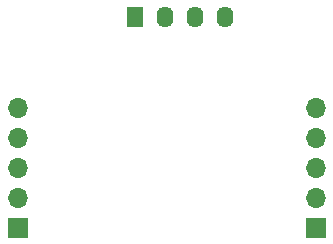
<source format=gbr>
%TF.GenerationSoftware,KiCad,Pcbnew,(6.0.4-0)*%
%TF.CreationDate,2022-07-13T07:01:54-06:00*%
%TF.ProjectId,level_translator,6c657665-6c5f-4747-9261-6e736c61746f,rev?*%
%TF.SameCoordinates,Original*%
%TF.FileFunction,Soldermask,Bot*%
%TF.FilePolarity,Negative*%
%FSLAX46Y46*%
G04 Gerber Fmt 4.6, Leading zero omitted, Abs format (unit mm)*
G04 Created by KiCad (PCBNEW (6.0.4-0)) date 2022-07-13 07:01:54*
%MOMM*%
%LPD*%
G01*
G04 APERTURE LIST*
%ADD10R,1.400000X1.800000*%
%ADD11O,1.400000X1.800000*%
%ADD12R,1.700000X1.700000*%
%ADD13O,1.700000X1.700000*%
G04 APERTURE END LIST*
D10*
%TO.C,PS1*%
X161000000Y-79600000D03*
D11*
X163540000Y-79600000D03*
X166080000Y-79600000D03*
X168620000Y-79600000D03*
%TD*%
D12*
%TO.C,J1*%
X151100000Y-97500000D03*
D13*
X151100000Y-94960000D03*
X151100000Y-92420000D03*
X151100000Y-89880000D03*
X151100000Y-87340000D03*
%TD*%
D12*
%TO.C,J2*%
X176300000Y-97500000D03*
D13*
X176300000Y-94960000D03*
X176300000Y-92420000D03*
X176300000Y-89880000D03*
X176300000Y-87340000D03*
%TD*%
M02*

</source>
